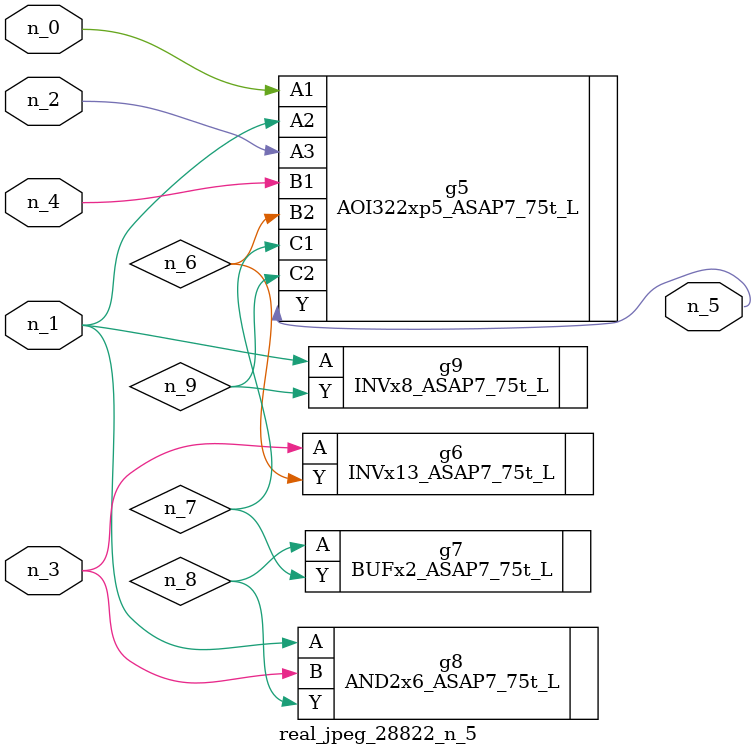
<source format=v>
module real_jpeg_28822_n_5 (n_4, n_0, n_1, n_2, n_3, n_5);

input n_4;
input n_0;
input n_1;
input n_2;
input n_3;

output n_5;

wire n_8;
wire n_6;
wire n_7;
wire n_9;

AOI322xp5_ASAP7_75t_L g5 ( 
.A1(n_0),
.A2(n_1),
.A3(n_2),
.B1(n_4),
.B2(n_6),
.C1(n_7),
.C2(n_9),
.Y(n_5)
);

AND2x6_ASAP7_75t_L g8 ( 
.A(n_1),
.B(n_3),
.Y(n_8)
);

INVx8_ASAP7_75t_L g9 ( 
.A(n_1),
.Y(n_9)
);

INVx13_ASAP7_75t_L g6 ( 
.A(n_3),
.Y(n_6)
);

BUFx2_ASAP7_75t_L g7 ( 
.A(n_8),
.Y(n_7)
);


endmodule
</source>
